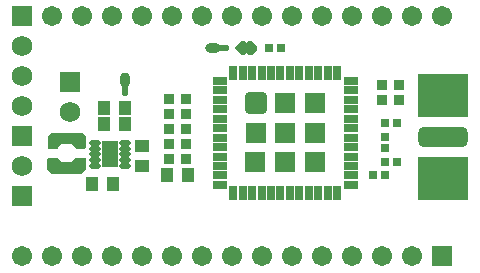
<source format=gts>
G04 Layer_Color=8388736*
%FSAX25Y25*%
%MOIN*%
G70*
G01*
G75*
%ADD52R,0.03162X0.02769*%
G04:AMPARAMS|DCode=53|XSize=23.75mil|YSize=38mil|CornerRadius=0mil|HoleSize=0mil|Usage=FLASHONLY|Rotation=315.000|XOffset=0mil|YOffset=0mil|HoleType=Round|Shape=Octagon|*
%AMOCTAGOND53*
4,1,8,0.00924,0.01763,0.01763,0.00924,0.01763,0.00084,-0.00084,-0.01763,-0.00924,-0.01763,-0.01763,-0.00924,-0.01763,-0.00084,0.00084,0.01763,0.00924,0.01763,0.0*
%
%ADD53OCTAGOND53*%

G04:AMPARAMS|DCode=54|XSize=23mil|YSize=38mil|CornerRadius=0mil|HoleSize=0mil|Usage=FLASHONLY|Rotation=225.000|XOffset=0mil|YOffset=0mil|HoleType=Round|Shape=Octagon|*
%AMOCTAGOND54*
4,1,8,0.01750,-0.00937,0.00937,-0.01750,0.00124,-0.01750,-0.01750,0.00124,-0.01750,0.00937,-0.00937,0.01750,-0.00124,0.01750,0.01750,-0.00124,0.01750,-0.00937,0.0*
%
%ADD54OCTAGOND54*%

%ADD55P,0.04808X4X270.0*%
G04:AMPARAMS|DCode=56|XSize=23mil|YSize=38mil|CornerRadius=0mil|HoleSize=0mil|Usage=FLASHONLY|Rotation=315.000|XOffset=0mil|YOffset=0mil|HoleType=Round|Shape=Octagon|*
%AMOCTAGOND56*
4,1,8,0.00937,0.01750,0.01750,0.00937,0.01750,0.00124,-0.00124,-0.01750,-0.00937,-0.01750,-0.01750,-0.00937,-0.01750,-0.00124,0.00124,0.01750,0.00937,0.01750,0.0*
%
%ADD56OCTAGOND56*%

%ADD57O,0.05118X0.03543*%
%ADD58O,0.04331X0.01969*%
%ADD59R,0.03950X0.04737*%
%ADD60O,0.03543X0.05118*%
%ADD61O,0.01969X0.04331*%
%ADD62R,0.06800X0.02800*%
G04:AMPARAMS|DCode=63|XSize=19mil|YSize=39.5mil|CornerRadius=6.75mil|HoleSize=0mil|Usage=FLASHONLY|Rotation=270.000|XOffset=0mil|YOffset=0mil|HoleType=Round|Shape=RoundedRectangle|*
%AMROUNDEDRECTD63*
21,1,0.01900,0.02600,0,0,270.0*
21,1,0.00550,0.03950,0,0,270.0*
1,1,0.01350,-0.01300,-0.00275*
1,1,0.01350,-0.01300,0.00275*
1,1,0.01350,0.01300,0.00275*
1,1,0.01350,0.01300,-0.00275*
%
%ADD63ROUNDEDRECTD63*%
%ADD64R,0.05524X0.08674*%
%ADD65R,0.04737X0.03950*%
%ADD66R,0.03800X0.03800*%
%ADD67R,0.07099X0.07099*%
G04:AMPARAMS|DCode=68|XSize=70.99mil|YSize=70.99mil|CornerRadius=10.3mil|HoleSize=0mil|Usage=FLASHONLY|Rotation=0.000|XOffset=0mil|YOffset=0mil|HoleType=Round|Shape=RoundedRectangle|*
%AMROUNDEDRECTD68*
21,1,0.07099,0.05039,0,0,0.0*
21,1,0.05039,0.07099,0,0,0.0*
1,1,0.02060,0.02520,-0.02520*
1,1,0.02060,-0.02520,-0.02520*
1,1,0.02060,-0.02520,0.02520*
1,1,0.02060,0.02520,0.02520*
%
%ADD68ROUNDEDRECTD68*%
%ADD69R,0.02769X0.04737*%
%ADD70R,0.04737X0.02769*%
%ADD71R,0.02769X0.03162*%
G04:AMPARAMS|DCode=72|XSize=165.48mil|YSize=67.06mil|CornerRadius=18.76mil|HoleSize=0mil|Usage=FLASHONLY|Rotation=0.000|XOffset=0mil|YOffset=0mil|HoleType=Round|Shape=RoundedRectangle|*
%AMROUNDEDRECTD72*
21,1,0.16548,0.02953,0,0,0.0*
21,1,0.12795,0.06706,0,0,0.0*
1,1,0.03753,0.06398,-0.01476*
1,1,0.03753,-0.06398,-0.01476*
1,1,0.03753,-0.06398,0.01476*
1,1,0.03753,0.06398,0.01476*
%
%ADD72ROUNDEDRECTD72*%
%ADD73R,0.16548X0.08674*%
%ADD74C,0.06706*%
%ADD75R,0.06706X0.06706*%
%ADD76R,0.06800X0.06800*%
%ADD77C,0.06800*%
G36*
X0243200Y0229400D02*
X0243400Y0229200D01*
Y0227600D01*
X0242500Y0226700D01*
X0241000D01*
Y0230300D01*
X0242100D01*
X0243200Y0229400D01*
D02*
G37*
G36*
X0187552Y0191897D02*
X0187604Y0191887D01*
X0187653Y0191870D01*
X0187700Y0191847D01*
X0187744Y0191818D01*
X0187783Y0191783D01*
X0187818Y0191744D01*
X0187847Y0191700D01*
X0187870Y0191653D01*
X0187887Y0191604D01*
X0187897Y0191552D01*
X0187901Y0191500D01*
Y0188000D01*
X0187897Y0187948D01*
X0187887Y0187896D01*
X0187870Y0187847D01*
X0187847Y0187800D01*
X0187818Y0187756D01*
X0187783Y0187717D01*
X0186783Y0186717D01*
X0186744Y0186682D01*
X0186700Y0186653D01*
X0186653Y0186630D01*
X0186604Y0186613D01*
X0186552Y0186603D01*
X0186500Y0186599D01*
X0176500D01*
X0176448Y0186603D01*
X0176396Y0186613D01*
X0176347Y0186630D01*
X0176300Y0186653D01*
X0176256Y0186682D01*
X0176217Y0186717D01*
X0175217Y0187717D01*
X0175182Y0187756D01*
X0175153Y0187800D01*
X0175130Y0187847D01*
X0175113Y0187896D01*
X0175103Y0187948D01*
X0175099Y0188000D01*
Y0191500D01*
X0175103Y0191552D01*
X0175113Y0191604D01*
X0175130Y0191653D01*
X0175153Y0191700D01*
X0175182Y0191744D01*
X0175217Y0191783D01*
X0175256Y0191818D01*
X0175300Y0191847D01*
X0175347Y0191870D01*
X0175396Y0191887D01*
X0175448Y0191897D01*
X0175500Y0191901D01*
X0178250D01*
X0178268Y0191900D01*
X0178286Y0191899D01*
X0178294Y0191898D01*
X0178302Y0191897D01*
X0178320Y0191894D01*
X0178338Y0191891D01*
X0178346Y0191889D01*
X0178354Y0191887D01*
X0178371Y0191881D01*
X0178388Y0191876D01*
X0178396Y0191873D01*
X0178403Y0191870D01*
X0178420Y0191862D01*
X0178436Y0191855D01*
X0178443Y0191851D01*
X0178450Y0191847D01*
X0178465Y0191837D01*
X0178481Y0191828D01*
X0178487Y0191823D01*
X0178494Y0191818D01*
X0178508Y0191806D01*
X0178522Y0191795D01*
X0178527Y0191789D01*
X0178533Y0191783D01*
X0178545Y0191770D01*
X0178558Y0191757D01*
X0179688Y0190401D01*
X0183312D01*
X0184442Y0191757D01*
X0184455Y0191770D01*
X0184467Y0191783D01*
X0184473Y0191789D01*
X0184478Y0191795D01*
X0184492Y0191806D01*
X0184506Y0191818D01*
X0184513Y0191823D01*
X0184519Y0191828D01*
X0184535Y0191837D01*
X0184550Y0191847D01*
X0184557Y0191851D01*
X0184564Y0191855D01*
X0184580Y0191862D01*
X0184597Y0191870D01*
X0184604Y0191873D01*
X0184612Y0191876D01*
X0184629Y0191881D01*
X0184646Y0191887D01*
X0184654Y0191889D01*
X0184662Y0191891D01*
X0184680Y0191894D01*
X0184698Y0191897D01*
X0184706Y0191898D01*
X0184714Y0191899D01*
X0184732Y0191900D01*
X0184750Y0191901D01*
X0187500D01*
X0187552Y0191897D01*
D02*
G37*
G36*
X0186615Y0200240D02*
X0186667Y0200230D01*
X0186716Y0200213D01*
X0186763Y0200190D01*
X0186807Y0200161D01*
X0186846Y0200126D01*
X0187846Y0199126D01*
X0187881Y0199087D01*
X0187910Y0199043D01*
X0187933Y0198996D01*
X0187950Y0198946D01*
X0187960Y0198895D01*
X0187964Y0198843D01*
Y0195343D01*
X0187960Y0195290D01*
X0187950Y0195239D01*
X0187933Y0195189D01*
X0187910Y0195142D01*
X0187881Y0195098D01*
X0187846Y0195059D01*
X0187807Y0195025D01*
X0187763Y0194995D01*
X0187716Y0194972D01*
X0187667Y0194955D01*
X0187615Y0194945D01*
X0187563Y0194942D01*
X0184813D01*
X0184795Y0194943D01*
X0184777Y0194943D01*
X0184769Y0194945D01*
X0184761Y0194945D01*
X0184743Y0194949D01*
X0184725Y0194951D01*
X0184717Y0194954D01*
X0184709Y0194955D01*
X0184692Y0194961D01*
X0184675Y0194966D01*
X0184667Y0194970D01*
X0184660Y0194972D01*
X0184643Y0194980D01*
X0184627Y0194988D01*
X0184620Y0194992D01*
X0184613Y0194995D01*
X0184598Y0195005D01*
X0184582Y0195015D01*
X0184576Y0195020D01*
X0184569Y0195025D01*
X0184555Y0195036D01*
X0184541Y0195048D01*
X0184536Y0195054D01*
X0184529Y0195059D01*
X0184518Y0195073D01*
X0184505Y0195086D01*
X0183375Y0196442D01*
X0179751D01*
X0178621Y0195086D01*
X0178608Y0195073D01*
X0178596Y0195059D01*
X0178590Y0195054D01*
X0178585Y0195048D01*
X0178571Y0195036D01*
X0178557Y0195025D01*
X0178550Y0195020D01*
X0178544Y0195015D01*
X0178528Y0195005D01*
X0178513Y0194995D01*
X0178506Y0194992D01*
X0178499Y0194988D01*
X0178483Y0194980D01*
X0178466Y0194972D01*
X0178459Y0194970D01*
X0178451Y0194966D01*
X0178434Y0194961D01*
X0178417Y0194955D01*
X0178409Y0194954D01*
X0178401Y0194951D01*
X0178383Y0194949D01*
X0178365Y0194945D01*
X0178357Y0194945D01*
X0178349Y0194943D01*
X0178331Y0194943D01*
X0178313Y0194942D01*
X0175563D01*
X0175511Y0194945D01*
X0175459Y0194955D01*
X0175410Y0194972D01*
X0175363Y0194995D01*
X0175319Y0195025D01*
X0175279Y0195059D01*
X0175245Y0195098D01*
X0175216Y0195142D01*
X0175193Y0195189D01*
X0175176Y0195239D01*
X0175166Y0195290D01*
X0175162Y0195343D01*
X0175162Y0198843D01*
X0175166Y0198895D01*
X0175176Y0198946D01*
X0175193Y0198996D01*
X0175216Y0199043D01*
X0175245Y0199087D01*
X0175279Y0199126D01*
X0176279Y0200126D01*
X0176319Y0200161D01*
X0176363Y0200190D01*
X0176410Y0200213D01*
X0176459Y0200230D01*
X0176511Y0200240D01*
X0176563Y0200243D01*
X0186563D01*
X0186615Y0200240D01*
D02*
G37*
D52*
X0252969Y0228500D02*
D03*
X0249031D02*
D03*
X0287469Y0186000D02*
D03*
X0283531D02*
D03*
X0287531Y0190500D02*
D03*
X0291469D02*
D03*
X0287531Y0203500D02*
D03*
X0291469D02*
D03*
D53*
X0243400Y0227700D02*
D03*
D54*
Y0229300D02*
D03*
X0239600Y0227800D02*
D03*
D55*
X0240100Y0228500D02*
D03*
D56*
X0239600Y0229200D02*
D03*
D57*
X0230350Y0228500D02*
D03*
D58*
X0233500D02*
D03*
D59*
X0200937Y0203000D02*
D03*
X0194062D02*
D03*
X0200937Y0208500D02*
D03*
X0194062D02*
D03*
X0190063Y0183000D02*
D03*
X0196938D02*
D03*
X0221937Y0186000D02*
D03*
X0215062D02*
D03*
D60*
X0201000Y0217650D02*
D03*
D61*
Y0214500D02*
D03*
D62*
X0182000Y0188500D02*
D03*
X0181500Y0198500D02*
D03*
D63*
X0191079Y0196937D02*
D03*
Y0194968D02*
D03*
X0191079Y0193000D02*
D03*
Y0191032D02*
D03*
Y0189063D02*
D03*
X0200921D02*
D03*
Y0191032D02*
D03*
Y0193000D02*
D03*
X0200921Y0194968D02*
D03*
Y0196937D02*
D03*
D64*
X0196000Y0193000D02*
D03*
D65*
X0206500Y0189063D02*
D03*
Y0195938D02*
D03*
D66*
X0215750Y0191500D02*
D03*
X0221250D02*
D03*
X0221250Y0196500D02*
D03*
X0215750D02*
D03*
X0221250Y0201500D02*
D03*
X0215750D02*
D03*
X0215750Y0206500D02*
D03*
X0221250D02*
D03*
X0221250Y0211500D02*
D03*
X0215750D02*
D03*
X0292250Y0211000D02*
D03*
X0286750D02*
D03*
Y0216000D02*
D03*
X0292250D02*
D03*
D67*
X0264193Y0190335D02*
D03*
X0254350D02*
D03*
X0244409D02*
D03*
X0264193Y0200177D02*
D03*
X0254350D02*
D03*
X0244508D02*
D03*
X0264193Y0210020D02*
D03*
X0254350Y0210020D02*
D03*
D68*
X0244508Y0210020D02*
D03*
D69*
X0237028Y0220256D02*
D03*
X0240177D02*
D03*
X0243327D02*
D03*
X0246476D02*
D03*
X0249626D02*
D03*
X0252776D02*
D03*
X0255925D02*
D03*
X0259075D02*
D03*
X0262224D02*
D03*
X0265374D02*
D03*
X0268524D02*
D03*
X0271673D02*
D03*
Y0180098D02*
D03*
X0268524D02*
D03*
X0265374D02*
D03*
X0262224D02*
D03*
X0259075D02*
D03*
X0255925D02*
D03*
X0252776D02*
D03*
X0249626D02*
D03*
X0246476D02*
D03*
X0243327D02*
D03*
X0240177D02*
D03*
X0237028D02*
D03*
D70*
X0276201Y0217500D02*
D03*
X0276201Y0214350D02*
D03*
Y0211201D02*
D03*
Y0208051D02*
D03*
Y0204902D02*
D03*
Y0201752D02*
D03*
Y0198602D02*
D03*
Y0195453D02*
D03*
Y0192303D02*
D03*
Y0189154D02*
D03*
Y0186004D02*
D03*
Y0182854D02*
D03*
X0232500D02*
D03*
Y0186004D02*
D03*
Y0189154D02*
D03*
Y0192303D02*
D03*
Y0195453D02*
D03*
Y0198602D02*
D03*
Y0201752D02*
D03*
Y0204902D02*
D03*
Y0208051D02*
D03*
Y0211201D02*
D03*
Y0214350D02*
D03*
Y0217500D02*
D03*
D71*
X0287500Y0198969D02*
D03*
Y0195031D02*
D03*
D72*
X0307100Y0198900D02*
D03*
D73*
Y0209900D02*
D03*
Y0187900D02*
D03*
Y0215632D02*
D03*
Y0182168D02*
D03*
D74*
X0166500Y0159000D02*
D03*
X0176500D02*
D03*
X0186500D02*
D03*
X0196500D02*
D03*
X0206500D02*
D03*
X0216500D02*
D03*
X0226500D02*
D03*
X0236500D02*
D03*
X0246500D02*
D03*
X0256500D02*
D03*
X0266500D02*
D03*
X0276500D02*
D03*
X0286500D02*
D03*
X0296500D02*
D03*
X0306500Y0239000D02*
D03*
X0296500D02*
D03*
X0286500D02*
D03*
X0276500D02*
D03*
X0266500D02*
D03*
X0256500D02*
D03*
X0246500D02*
D03*
X0236500D02*
D03*
X0226500D02*
D03*
X0216500D02*
D03*
X0206500D02*
D03*
X0196500D02*
D03*
X0186500D02*
D03*
X0176500D02*
D03*
D75*
X0306500Y0159000D02*
D03*
X0166500Y0239000D02*
D03*
D76*
X0182500Y0217000D02*
D03*
X0166500Y0199000D02*
D03*
Y0179000D02*
D03*
D77*
X0182500Y0207000D02*
D03*
X0166500Y0229000D02*
D03*
Y0209000D02*
D03*
Y0219000D02*
D03*
Y0189000D02*
D03*
M02*

</source>
